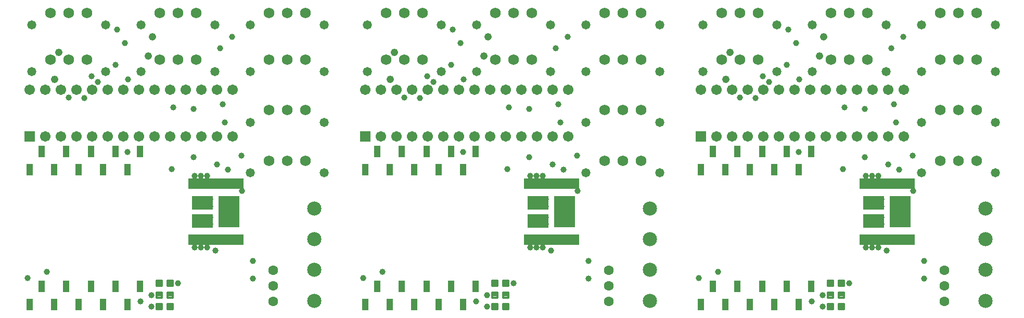
<source format=gts>
G75*
%MOIN*%
%OFA0B0*%
%FSLAX24Y24*%
%IPPOS*%
%LPD*%
%AMOC8*
5,1,8,0,0,1.08239X$1,22.5*
%
%ADD10C,0.0630*%
%ADD11C,0.0907*%
%ADD12R,0.0207X0.0651*%
%ADD13R,0.1360X0.0867*%
%ADD14R,0.1360X0.2049*%
%ADD15R,0.0674X0.0674*%
%ADD16C,0.0674*%
%ADD17C,0.0580*%
%ADD18C,0.0680*%
%ADD19C,0.0142*%
%ADD20R,0.0415X0.0749*%
%ADD21C,0.0390*%
%ADD22C,0.0476*%
D10*
X021426Y005603D03*
X021426Y006603D03*
X021426Y007603D03*
X042926Y007603D03*
X042926Y006603D03*
X042926Y005603D03*
X064426Y005603D03*
X064426Y006603D03*
X064426Y007603D03*
D11*
X067067Y007606D03*
X067067Y009587D03*
X067067Y011556D03*
X067067Y005637D03*
X045567Y005637D03*
X045567Y007606D03*
X045567Y009587D03*
X045567Y011556D03*
X024067Y011556D03*
X024067Y009587D03*
X024067Y007606D03*
X024067Y005637D03*
D12*
X019416Y009558D03*
X019219Y009558D03*
X019022Y009558D03*
X018825Y009558D03*
X018628Y009558D03*
X018432Y009558D03*
X018235Y009558D03*
X018038Y009558D03*
X017841Y009558D03*
X017644Y009558D03*
X017447Y009558D03*
X017251Y009558D03*
X017054Y009558D03*
X016857Y009558D03*
X016660Y009558D03*
X016463Y009558D03*
X016266Y009558D03*
X016069Y009558D03*
X016069Y013141D03*
X016266Y013141D03*
X016463Y013141D03*
X016660Y013141D03*
X016857Y013141D03*
X017054Y013141D03*
X017251Y013141D03*
X017447Y013141D03*
X017644Y013141D03*
X017841Y013141D03*
X018038Y013141D03*
X018235Y013141D03*
X018432Y013141D03*
X018628Y013141D03*
X018825Y013141D03*
X019022Y013141D03*
X019219Y013141D03*
X019416Y013141D03*
X037569Y013141D03*
X037766Y013141D03*
X037963Y013141D03*
X038160Y013141D03*
X038357Y013141D03*
X038554Y013141D03*
X038751Y013141D03*
X038947Y013141D03*
X039144Y013141D03*
X039341Y013141D03*
X039538Y013141D03*
X039735Y013141D03*
X039932Y013141D03*
X040128Y013141D03*
X040325Y013141D03*
X040522Y013141D03*
X040719Y013141D03*
X040916Y013141D03*
X040916Y009558D03*
X040719Y009558D03*
X040522Y009558D03*
X040325Y009558D03*
X040128Y009558D03*
X039932Y009558D03*
X039735Y009558D03*
X039538Y009558D03*
X039341Y009558D03*
X039144Y009558D03*
X038947Y009558D03*
X038751Y009558D03*
X038554Y009558D03*
X038357Y009558D03*
X038160Y009558D03*
X037963Y009558D03*
X037766Y009558D03*
X037569Y009558D03*
X059069Y009558D03*
X059266Y009558D03*
X059463Y009558D03*
X059660Y009558D03*
X059857Y009558D03*
X060054Y009558D03*
X060251Y009558D03*
X060447Y009558D03*
X060644Y009558D03*
X060841Y009558D03*
X061038Y009558D03*
X061235Y009558D03*
X061432Y009558D03*
X061628Y009558D03*
X061825Y009558D03*
X062022Y009558D03*
X062219Y009558D03*
X062416Y009558D03*
X062416Y013141D03*
X062219Y013141D03*
X062022Y013141D03*
X061825Y013141D03*
X061628Y013141D03*
X061432Y013141D03*
X061235Y013141D03*
X061038Y013141D03*
X060841Y013141D03*
X060644Y013141D03*
X060447Y013141D03*
X060251Y013141D03*
X060054Y013141D03*
X059857Y013141D03*
X059660Y013141D03*
X059463Y013141D03*
X059266Y013141D03*
X059069Y013141D03*
D13*
X059896Y011933D03*
X059896Y010763D03*
X038396Y010763D03*
X038396Y011933D03*
X016896Y011933D03*
X016896Y010763D03*
D14*
X018586Y011343D03*
X040086Y011343D03*
X061586Y011343D03*
D15*
X048826Y016203D03*
X027326Y016203D03*
X005826Y016203D03*
D16*
X006826Y016203D03*
X007826Y016203D03*
X008826Y016203D03*
X009826Y016203D03*
X010826Y016203D03*
X011826Y016203D03*
X012826Y016203D03*
X013826Y016203D03*
X014826Y016203D03*
X015826Y016203D03*
X016826Y016203D03*
X017826Y016203D03*
X018826Y016203D03*
X018826Y019203D03*
X017826Y019203D03*
X016826Y019203D03*
X015826Y019203D03*
X014826Y019203D03*
X013826Y019203D03*
X012826Y019203D03*
X011826Y019203D03*
X010826Y019203D03*
X009826Y019203D03*
X008826Y019203D03*
X007826Y019203D03*
X006826Y019203D03*
X005826Y019203D03*
X027326Y019203D03*
X028326Y019203D03*
X029326Y019203D03*
X030326Y019203D03*
X031326Y019203D03*
X032326Y019203D03*
X033326Y019203D03*
X034326Y019203D03*
X035326Y019203D03*
X036326Y019203D03*
X037326Y019203D03*
X038326Y019203D03*
X039326Y019203D03*
X040326Y019203D03*
X040326Y016203D03*
X039326Y016203D03*
X038326Y016203D03*
X037326Y016203D03*
X036326Y016203D03*
X035326Y016203D03*
X034326Y016203D03*
X033326Y016203D03*
X032326Y016203D03*
X031326Y016203D03*
X030326Y016203D03*
X029326Y016203D03*
X028326Y016203D03*
X048826Y019203D03*
X049826Y019203D03*
X050826Y019203D03*
X051826Y019203D03*
X052826Y019203D03*
X053826Y019203D03*
X054826Y019203D03*
X055826Y019203D03*
X056826Y019203D03*
X057826Y019203D03*
X058826Y019203D03*
X059826Y019203D03*
X060826Y019203D03*
X061826Y019203D03*
X061826Y016203D03*
X060826Y016203D03*
X059826Y016203D03*
X058826Y016203D03*
X057826Y016203D03*
X056826Y016203D03*
X055826Y016203D03*
X054826Y016203D03*
X053826Y016203D03*
X052826Y016203D03*
X051826Y016203D03*
X050826Y016203D03*
X049826Y016203D03*
D17*
X046176Y017103D03*
X041456Y017103D03*
X041456Y013853D03*
X046176Y013853D03*
X062956Y013853D03*
X067676Y013853D03*
X067676Y017103D03*
X062956Y017103D03*
X062956Y020353D03*
X060676Y020353D03*
X055956Y020353D03*
X053676Y020353D03*
X048956Y020353D03*
X046176Y020353D03*
X041456Y020353D03*
X039176Y020353D03*
X034456Y020353D03*
X032176Y020353D03*
X027456Y020353D03*
X024676Y020353D03*
X019956Y020353D03*
X017676Y020353D03*
X012956Y020353D03*
X010676Y020353D03*
X005956Y020353D03*
X005956Y023353D03*
X010676Y023353D03*
X012956Y023353D03*
X017676Y023353D03*
X019956Y023353D03*
X024676Y023353D03*
X027456Y023353D03*
X032176Y023353D03*
X034456Y023353D03*
X039176Y023353D03*
X041456Y023353D03*
X046176Y023353D03*
X048956Y023353D03*
X053676Y023353D03*
X055956Y023353D03*
X060676Y023353D03*
X062956Y023353D03*
X067676Y023353D03*
X067676Y020353D03*
X024676Y017103D03*
X019956Y017103D03*
X019956Y013853D03*
X024676Y013853D03*
D18*
X023496Y014623D03*
X022316Y014623D03*
X021136Y014623D03*
X021136Y017873D03*
X022316Y017873D03*
X023496Y017873D03*
X023496Y021123D03*
X022316Y021123D03*
X021136Y021123D03*
X016496Y021123D03*
X015316Y021123D03*
X014136Y021123D03*
X009496Y021123D03*
X008316Y021123D03*
X007136Y021123D03*
X007136Y024123D03*
X008316Y024123D03*
X009496Y024123D03*
X014136Y024123D03*
X015316Y024123D03*
X016496Y024123D03*
X021136Y024123D03*
X022316Y024123D03*
X023496Y024123D03*
X028636Y024123D03*
X029816Y024123D03*
X030996Y024123D03*
X035636Y024123D03*
X036816Y024123D03*
X037996Y024123D03*
X042636Y024123D03*
X043816Y024123D03*
X044996Y024123D03*
X050136Y024123D03*
X051316Y024123D03*
X052496Y024123D03*
X057136Y024123D03*
X058316Y024123D03*
X059496Y024123D03*
X064136Y024123D03*
X065316Y024123D03*
X066496Y024123D03*
X066496Y021123D03*
X065316Y021123D03*
X064136Y021123D03*
X059496Y021123D03*
X058316Y021123D03*
X057136Y021123D03*
X052496Y021123D03*
X051316Y021123D03*
X050136Y021123D03*
X044996Y021123D03*
X043816Y021123D03*
X042636Y021123D03*
X037996Y021123D03*
X036816Y021123D03*
X035636Y021123D03*
X030996Y021123D03*
X029816Y021123D03*
X028636Y021123D03*
X042636Y017873D03*
X043816Y017873D03*
X044996Y017873D03*
X044996Y014623D03*
X043816Y014623D03*
X042636Y014623D03*
X064136Y014623D03*
X065316Y014623D03*
X066496Y014623D03*
X066496Y017873D03*
X065316Y017873D03*
X064136Y017873D03*
D19*
X057987Y006919D02*
X057987Y006587D01*
X057655Y006587D01*
X057655Y006919D01*
X057987Y006919D01*
X057987Y006728D02*
X057655Y006728D01*
X057655Y006869D02*
X057987Y006869D01*
X057296Y006919D02*
X057296Y006587D01*
X056964Y006587D01*
X056964Y006919D01*
X057296Y006919D01*
X057296Y006728D02*
X056964Y006728D01*
X056964Y006869D02*
X057296Y006869D01*
X057296Y006169D02*
X057296Y005837D01*
X056964Y005837D01*
X056964Y006169D01*
X057296Y006169D01*
X057296Y005978D02*
X056964Y005978D01*
X056964Y006119D02*
X057296Y006119D01*
X057987Y006169D02*
X057987Y005837D01*
X057655Y005837D01*
X057655Y006169D01*
X057987Y006169D01*
X057987Y005978D02*
X057655Y005978D01*
X057655Y006119D02*
X057987Y006119D01*
X057655Y005419D02*
X057655Y005087D01*
X057655Y005419D02*
X057987Y005419D01*
X057987Y005087D01*
X057655Y005087D01*
X057655Y005228D02*
X057987Y005228D01*
X057987Y005369D02*
X057655Y005369D01*
X056964Y005419D02*
X056964Y005087D01*
X056964Y005419D02*
X057296Y005419D01*
X057296Y005087D01*
X056964Y005087D01*
X056964Y005228D02*
X057296Y005228D01*
X057296Y005369D02*
X056964Y005369D01*
X036155Y005419D02*
X036155Y005087D01*
X036155Y005419D02*
X036487Y005419D01*
X036487Y005087D01*
X036155Y005087D01*
X036155Y005228D02*
X036487Y005228D01*
X036487Y005369D02*
X036155Y005369D01*
X035464Y005419D02*
X035464Y005087D01*
X035464Y005419D02*
X035796Y005419D01*
X035796Y005087D01*
X035464Y005087D01*
X035464Y005228D02*
X035796Y005228D01*
X035796Y005369D02*
X035464Y005369D01*
X035796Y005837D02*
X035796Y006169D01*
X035796Y005837D02*
X035464Y005837D01*
X035464Y006169D01*
X035796Y006169D01*
X035796Y005978D02*
X035464Y005978D01*
X035464Y006119D02*
X035796Y006119D01*
X036487Y006169D02*
X036487Y005837D01*
X036155Y005837D01*
X036155Y006169D01*
X036487Y006169D01*
X036487Y005978D02*
X036155Y005978D01*
X036155Y006119D02*
X036487Y006119D01*
X036487Y006587D02*
X036487Y006919D01*
X036487Y006587D02*
X036155Y006587D01*
X036155Y006919D01*
X036487Y006919D01*
X036487Y006728D02*
X036155Y006728D01*
X036155Y006869D02*
X036487Y006869D01*
X035796Y006919D02*
X035796Y006587D01*
X035464Y006587D01*
X035464Y006919D01*
X035796Y006919D01*
X035796Y006728D02*
X035464Y006728D01*
X035464Y006869D02*
X035796Y006869D01*
X014987Y006919D02*
X014987Y006587D01*
X014655Y006587D01*
X014655Y006919D01*
X014987Y006919D01*
X014987Y006728D02*
X014655Y006728D01*
X014655Y006869D02*
X014987Y006869D01*
X014296Y006919D02*
X014296Y006587D01*
X013964Y006587D01*
X013964Y006919D01*
X014296Y006919D01*
X014296Y006728D02*
X013964Y006728D01*
X013964Y006869D02*
X014296Y006869D01*
X014296Y006169D02*
X014296Y005837D01*
X013964Y005837D01*
X013964Y006169D01*
X014296Y006169D01*
X014296Y005978D02*
X013964Y005978D01*
X013964Y006119D02*
X014296Y006119D01*
X014987Y006169D02*
X014987Y005837D01*
X014655Y005837D01*
X014655Y006169D01*
X014987Y006169D01*
X014987Y005978D02*
X014655Y005978D01*
X014655Y006119D02*
X014987Y006119D01*
X014655Y005419D02*
X014655Y005087D01*
X014655Y005419D02*
X014987Y005419D01*
X014987Y005087D01*
X014655Y005087D01*
X014655Y005228D02*
X014987Y005228D01*
X014987Y005369D02*
X014655Y005369D01*
X013964Y005419D02*
X013964Y005087D01*
X013964Y005419D02*
X014296Y005419D01*
X014296Y005087D01*
X013964Y005087D01*
X013964Y005228D02*
X014296Y005228D01*
X014296Y005369D02*
X013964Y005369D01*
D20*
X005802Y005382D03*
X007377Y005382D03*
X008951Y005382D03*
X010526Y005382D03*
X012101Y005382D03*
X012888Y006563D03*
X011314Y006563D03*
X009739Y006563D03*
X008164Y006563D03*
X006589Y006563D03*
X005802Y014043D03*
X007377Y014043D03*
X008951Y014043D03*
X010526Y014043D03*
X012101Y014043D03*
X012888Y015224D03*
X011314Y015224D03*
X009739Y015224D03*
X008164Y015224D03*
X006589Y015224D03*
X027302Y014043D03*
X028877Y014043D03*
X030451Y014043D03*
X032026Y014043D03*
X033601Y014043D03*
X034388Y015224D03*
X032814Y015224D03*
X031239Y015224D03*
X029664Y015224D03*
X028089Y015224D03*
X048802Y014043D03*
X050377Y014043D03*
X051951Y014043D03*
X053526Y014043D03*
X055101Y014043D03*
X055888Y015224D03*
X054314Y015224D03*
X052739Y015224D03*
X051164Y015224D03*
X049589Y015224D03*
X049589Y006563D03*
X051164Y006563D03*
X052739Y006563D03*
X054314Y006563D03*
X055888Y006563D03*
X055101Y005382D03*
X053526Y005382D03*
X051951Y005382D03*
X050377Y005382D03*
X048802Y005382D03*
X034388Y006563D03*
X032814Y006563D03*
X031239Y006563D03*
X029664Y006563D03*
X028089Y006563D03*
X027302Y005382D03*
X028877Y005382D03*
X030451Y005382D03*
X032026Y005382D03*
X033601Y005382D03*
D21*
X034426Y005603D03*
X035126Y005253D03*
X035126Y006003D03*
X036826Y006753D03*
X041626Y007053D03*
X041626Y008203D03*
X039226Y008853D03*
X038676Y009053D03*
X038276Y009053D03*
X037876Y009053D03*
X037926Y010553D03*
X038426Y010553D03*
X038876Y010553D03*
X038876Y011003D03*
X038426Y011003D03*
X037926Y011003D03*
X037926Y011703D03*
X037926Y012153D03*
X038426Y012153D03*
X038876Y012153D03*
X038876Y011703D03*
X038426Y011703D03*
X040926Y012703D03*
X038676Y013653D03*
X038276Y013653D03*
X037876Y013653D03*
X036426Y014103D03*
X037826Y014853D03*
X039326Y014403D03*
X040026Y014053D03*
X040876Y014953D03*
X039826Y017103D03*
X037826Y017953D03*
X036526Y018053D03*
X039676Y018253D03*
X033626Y019853D03*
X031676Y019703D03*
X031276Y020053D03*
X032826Y020803D03*
X033426Y022203D03*
X032926Y023053D03*
X039526Y021853D03*
X040276Y022603D03*
X029826Y018703D03*
X030826Y018653D03*
X033576Y015203D03*
X019376Y014953D03*
X017826Y014403D03*
X018526Y014053D03*
X017176Y013653D03*
X016776Y013653D03*
X016376Y013653D03*
X014926Y014103D03*
X016326Y014853D03*
X012076Y015203D03*
X018326Y017103D03*
X016326Y017953D03*
X015026Y018053D03*
X018176Y018253D03*
X012126Y019853D03*
X010176Y019703D03*
X009776Y020053D03*
X011326Y020803D03*
X011926Y022203D03*
X011426Y023053D03*
X018026Y021853D03*
X018776Y022603D03*
X008326Y018703D03*
X009326Y018653D03*
X019426Y012703D03*
X017376Y012153D03*
X017376Y011703D03*
X016926Y011703D03*
X016926Y012153D03*
X016426Y012153D03*
X016426Y011703D03*
X016426Y011003D03*
X016926Y011003D03*
X017376Y011003D03*
X017376Y010553D03*
X016926Y010553D03*
X016426Y010553D03*
X016376Y009053D03*
X016776Y009053D03*
X017176Y009053D03*
X017726Y008853D03*
X020126Y008203D03*
X020126Y007053D03*
X015326Y006753D03*
X013626Y006003D03*
X012926Y005603D03*
X013626Y005253D03*
X006926Y007503D03*
X005676Y007103D03*
X027176Y007103D03*
X028426Y007503D03*
X048676Y007103D03*
X049926Y007503D03*
X055926Y005603D03*
X056626Y005253D03*
X056626Y006003D03*
X058326Y006753D03*
X063126Y007053D03*
X063126Y008203D03*
X060726Y008853D03*
X060176Y009053D03*
X059776Y009053D03*
X059376Y009053D03*
X059426Y010553D03*
X059926Y010553D03*
X060376Y010553D03*
X060376Y011003D03*
X059926Y011003D03*
X059426Y011003D03*
X059426Y011703D03*
X059426Y012153D03*
X059926Y012153D03*
X060376Y012153D03*
X060376Y011703D03*
X059926Y011703D03*
X062426Y012703D03*
X060176Y013653D03*
X059776Y013653D03*
X059376Y013653D03*
X057926Y014103D03*
X059326Y014853D03*
X060826Y014403D03*
X061526Y014053D03*
X062376Y014953D03*
X061326Y017103D03*
X059326Y017953D03*
X058026Y018053D03*
X061176Y018253D03*
X055126Y019853D03*
X053176Y019703D03*
X052776Y020053D03*
X054326Y020803D03*
X054926Y022203D03*
X054426Y023053D03*
X061026Y021853D03*
X061776Y022603D03*
X051326Y018703D03*
X052326Y018653D03*
X055076Y015203D03*
D22*
X050426Y019853D03*
X050676Y021603D03*
X056426Y021353D03*
X056676Y022603D03*
X035176Y022603D03*
X034926Y021353D03*
X029176Y021603D03*
X028926Y019853D03*
X013676Y022603D03*
X013426Y021353D03*
X007676Y021603D03*
X007426Y019853D03*
M02*

</source>
